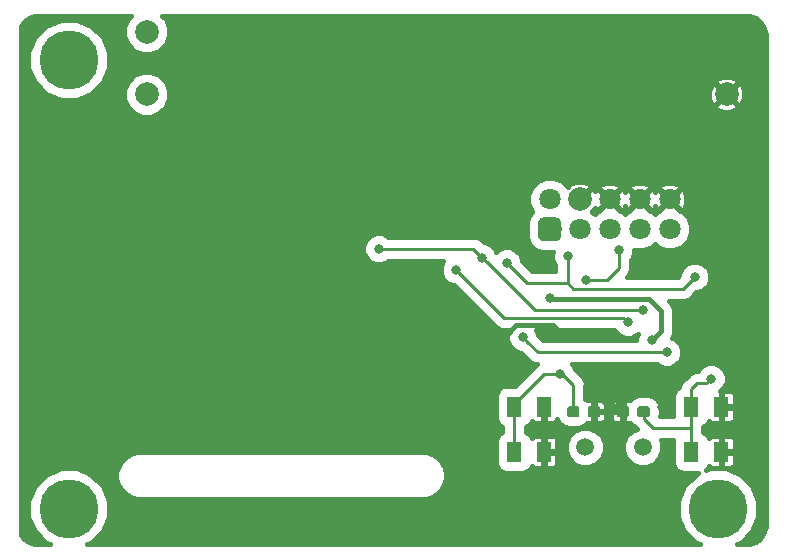
<source format=gbr>
G04 #@! TF.GenerationSoftware,KiCad,Pcbnew,(5.0.2)-1*
G04 #@! TF.CreationDate,2020-02-24T21:14:20+01:00*
G04 #@! TF.ProjectId,Poziomica 1.0,506f7a69-6f6d-4696-9361-20312e302e6b,rev?*
G04 #@! TF.SameCoordinates,Original*
G04 #@! TF.FileFunction,Copper,L1,Top*
G04 #@! TF.FilePolarity,Positive*
%FSLAX46Y46*%
G04 Gerber Fmt 4.6, Leading zero omitted, Abs format (unit mm)*
G04 Created by KiCad (PCBNEW (5.0.2)-1) date 24.02.2020 21:14:20*
%MOMM*%
%LPD*%
G01*
G04 APERTURE LIST*
G04 #@! TA.AperFunction,ComponentPad*
%ADD10C,2.000000*%
G04 #@! TD*
G04 #@! TA.AperFunction,SMDPad,CuDef*
%ADD11R,1.270000X1.780000*%
G04 #@! TD*
G04 #@! TA.AperFunction,ComponentPad*
%ADD12C,1.500000*%
G04 #@! TD*
G04 #@! TA.AperFunction,ComponentPad*
%ADD13C,1.800000*%
G04 #@! TD*
G04 #@! TA.AperFunction,Conductor*
%ADD14C,0.100000*%
G04 #@! TD*
G04 #@! TA.AperFunction,SMDPad,CuDef*
%ADD15C,0.950000*%
G04 #@! TD*
G04 #@! TA.AperFunction,ViaPad*
%ADD16C,5.000000*%
G04 #@! TD*
G04 #@! TA.AperFunction,ViaPad*
%ADD17C,0.800000*%
G04 #@! TD*
G04 #@! TA.AperFunction,Conductor*
%ADD18C,0.400000*%
G04 #@! TD*
G04 #@! TA.AperFunction,Conductor*
%ADD19C,0.250000*%
G04 #@! TD*
G04 APERTURE END LIST*
D10*
G04 #@! TO.P,BT1,3*
G04 #@! TO.N,N/C*
X11600000Y-2610000D03*
G04 #@! TO.P,BT1,2*
G04 #@! TO.N,GND*
X60700000Y-7920000D03*
G04 #@! TO.P,BT1,1*
G04 #@! TO.N,Net-(BT1-Pad1)*
X11600000Y-7920000D03*
G04 #@! TD*
D11*
G04 #@! TO.P,SW2,1*
G04 #@! TO.N,ZERO*
X42710000Y-34395000D03*
X42710000Y-38205000D03*
G04 #@! TO.P,SW2,2*
G04 #@! TO.N,GND*
X45250000Y-34395000D03*
X45250000Y-38205000D03*
G04 #@! TD*
G04 #@! TO.P,SW1,1*
G04 #@! TO.N,INT0*
X57710000Y-34395000D03*
X57710000Y-38205000D03*
G04 #@! TO.P,SW1,2*
G04 #@! TO.N,GND*
X60250000Y-34395000D03*
X60250000Y-38205000D03*
G04 #@! TD*
D12*
G04 #@! TO.P,Y1,1*
G04 #@! TO.N,Net-(C1-Pad1)*
X53600000Y-37800000D03*
G04 #@! TO.P,Y1,2*
G04 #@! TO.N,Net-(C2-Pad1)*
X48720000Y-37800000D03*
G04 #@! TD*
D13*
G04 #@! TO.P,J1,10*
G04 #@! TO.N,GND*
X55880000Y-16810000D03*
G04 #@! TO.P,J1,9*
G04 #@! TO.N,MISO*
X55880000Y-19350000D03*
G04 #@! TO.P,J1,8*
G04 #@! TO.N,GND*
X53340000Y-16810000D03*
G04 #@! TO.P,J1,7*
G04 #@! TO.N,SCK*
X53340000Y-19350000D03*
G04 #@! TO.P,J1,6*
G04 #@! TO.N,GND*
X50800000Y-16810000D03*
G04 #@! TO.P,J1,5*
G04 #@! TO.N,RESET*
X50800000Y-19350000D03*
D10*
G04 #@! TO.P,J1,4*
G04 #@! TO.N,GND*
X48260000Y-16810000D03*
D13*
G04 #@! TO.P,J1,3*
G04 #@! TO.N,Net-(J1-Pad3)*
X48260000Y-19350000D03*
G04 #@! TO.P,J1,2*
G04 #@! TO.N,+3V3*
X45720000Y-16810000D03*
D14*
G04 #@! TD*
G04 #@! TO.N,MOSI*
G04 #@! TO.C,J1*
G36*
X46269009Y-18352408D02*
X46317545Y-18359607D01*
X46365142Y-18371530D01*
X46411342Y-18388060D01*
X46455698Y-18409039D01*
X46497785Y-18434265D01*
X46537197Y-18463495D01*
X46573553Y-18496447D01*
X46606505Y-18532803D01*
X46635735Y-18572215D01*
X46660961Y-18614302D01*
X46681940Y-18658658D01*
X46698470Y-18704858D01*
X46710393Y-18752455D01*
X46717592Y-18800991D01*
X46720000Y-18850000D01*
X46720000Y-19850000D01*
X46717592Y-19899009D01*
X46710393Y-19947545D01*
X46698470Y-19995142D01*
X46681940Y-20041342D01*
X46660961Y-20085698D01*
X46635735Y-20127785D01*
X46606505Y-20167197D01*
X46573553Y-20203553D01*
X46537197Y-20236505D01*
X46497785Y-20265735D01*
X46455698Y-20290961D01*
X46411342Y-20311940D01*
X46365142Y-20328470D01*
X46317545Y-20340393D01*
X46269009Y-20347592D01*
X46220000Y-20350000D01*
X45220000Y-20350000D01*
X45170991Y-20347592D01*
X45122455Y-20340393D01*
X45074858Y-20328470D01*
X45028658Y-20311940D01*
X44984302Y-20290961D01*
X44942215Y-20265735D01*
X44902803Y-20236505D01*
X44866447Y-20203553D01*
X44833495Y-20167197D01*
X44804265Y-20127785D01*
X44779039Y-20085698D01*
X44758060Y-20041342D01*
X44741530Y-19995142D01*
X44729607Y-19947545D01*
X44722408Y-19899009D01*
X44720000Y-19850000D01*
X44720000Y-18850000D01*
X44722408Y-18800991D01*
X44729607Y-18752455D01*
X44741530Y-18704858D01*
X44758060Y-18658658D01*
X44779039Y-18614302D01*
X44804265Y-18572215D01*
X44833495Y-18532803D01*
X44866447Y-18496447D01*
X44902803Y-18463495D01*
X44942215Y-18434265D01*
X44984302Y-18409039D01*
X45028658Y-18388060D01*
X45074858Y-18371530D01*
X45122455Y-18359607D01*
X45170991Y-18352408D01*
X45220000Y-18350000D01*
X46220000Y-18350000D01*
X46269009Y-18352408D01*
X46269009Y-18352408D01*
G37*
D10*
G04 #@! TO.P,J1,1*
G04 #@! TO.N,MOSI*
X45720000Y-19350000D03*
G04 #@! TD*
D14*
G04 #@! TO.N,GND*
G04 #@! TO.C,C11*
G36*
X52235779Y-34326144D02*
X52258834Y-34329563D01*
X52281443Y-34335227D01*
X52303387Y-34343079D01*
X52324457Y-34353044D01*
X52344448Y-34365026D01*
X52363168Y-34378910D01*
X52380438Y-34394562D01*
X52396090Y-34411832D01*
X52409974Y-34430552D01*
X52421956Y-34450543D01*
X52431921Y-34471613D01*
X52439773Y-34493557D01*
X52445437Y-34516166D01*
X52448856Y-34539221D01*
X52450000Y-34562500D01*
X52450000Y-35037500D01*
X52448856Y-35060779D01*
X52445437Y-35083834D01*
X52439773Y-35106443D01*
X52431921Y-35128387D01*
X52421956Y-35149457D01*
X52409974Y-35169448D01*
X52396090Y-35188168D01*
X52380438Y-35205438D01*
X52363168Y-35221090D01*
X52344448Y-35234974D01*
X52324457Y-35246956D01*
X52303387Y-35256921D01*
X52281443Y-35264773D01*
X52258834Y-35270437D01*
X52235779Y-35273856D01*
X52212500Y-35275000D01*
X51637500Y-35275000D01*
X51614221Y-35273856D01*
X51591166Y-35270437D01*
X51568557Y-35264773D01*
X51546613Y-35256921D01*
X51525543Y-35246956D01*
X51505552Y-35234974D01*
X51486832Y-35221090D01*
X51469562Y-35205438D01*
X51453910Y-35188168D01*
X51440026Y-35169448D01*
X51428044Y-35149457D01*
X51418079Y-35128387D01*
X51410227Y-35106443D01*
X51404563Y-35083834D01*
X51401144Y-35060779D01*
X51400000Y-35037500D01*
X51400000Y-34562500D01*
X51401144Y-34539221D01*
X51404563Y-34516166D01*
X51410227Y-34493557D01*
X51418079Y-34471613D01*
X51428044Y-34450543D01*
X51440026Y-34430552D01*
X51453910Y-34411832D01*
X51469562Y-34394562D01*
X51486832Y-34378910D01*
X51505552Y-34365026D01*
X51525543Y-34353044D01*
X51546613Y-34343079D01*
X51568557Y-34335227D01*
X51591166Y-34329563D01*
X51614221Y-34326144D01*
X51637500Y-34325000D01*
X52212500Y-34325000D01*
X52235779Y-34326144D01*
X52235779Y-34326144D01*
G37*
D15*
G04 #@! TD*
G04 #@! TO.P,C11,2*
G04 #@! TO.N,GND*
X51925000Y-34800000D03*
D14*
G04 #@! TO.N,INT0*
G04 #@! TO.C,C11*
G36*
X53985779Y-34326144D02*
X54008834Y-34329563D01*
X54031443Y-34335227D01*
X54053387Y-34343079D01*
X54074457Y-34353044D01*
X54094448Y-34365026D01*
X54113168Y-34378910D01*
X54130438Y-34394562D01*
X54146090Y-34411832D01*
X54159974Y-34430552D01*
X54171956Y-34450543D01*
X54181921Y-34471613D01*
X54189773Y-34493557D01*
X54195437Y-34516166D01*
X54198856Y-34539221D01*
X54200000Y-34562500D01*
X54200000Y-35037500D01*
X54198856Y-35060779D01*
X54195437Y-35083834D01*
X54189773Y-35106443D01*
X54181921Y-35128387D01*
X54171956Y-35149457D01*
X54159974Y-35169448D01*
X54146090Y-35188168D01*
X54130438Y-35205438D01*
X54113168Y-35221090D01*
X54094448Y-35234974D01*
X54074457Y-35246956D01*
X54053387Y-35256921D01*
X54031443Y-35264773D01*
X54008834Y-35270437D01*
X53985779Y-35273856D01*
X53962500Y-35275000D01*
X53387500Y-35275000D01*
X53364221Y-35273856D01*
X53341166Y-35270437D01*
X53318557Y-35264773D01*
X53296613Y-35256921D01*
X53275543Y-35246956D01*
X53255552Y-35234974D01*
X53236832Y-35221090D01*
X53219562Y-35205438D01*
X53203910Y-35188168D01*
X53190026Y-35169448D01*
X53178044Y-35149457D01*
X53168079Y-35128387D01*
X53160227Y-35106443D01*
X53154563Y-35083834D01*
X53151144Y-35060779D01*
X53150000Y-35037500D01*
X53150000Y-34562500D01*
X53151144Y-34539221D01*
X53154563Y-34516166D01*
X53160227Y-34493557D01*
X53168079Y-34471613D01*
X53178044Y-34450543D01*
X53190026Y-34430552D01*
X53203910Y-34411832D01*
X53219562Y-34394562D01*
X53236832Y-34378910D01*
X53255552Y-34365026D01*
X53275543Y-34353044D01*
X53296613Y-34343079D01*
X53318557Y-34335227D01*
X53341166Y-34329563D01*
X53364221Y-34326144D01*
X53387500Y-34325000D01*
X53962500Y-34325000D01*
X53985779Y-34326144D01*
X53985779Y-34326144D01*
G37*
D15*
G04 #@! TD*
G04 #@! TO.P,C11,1*
G04 #@! TO.N,INT0*
X53675000Y-34800000D03*
D14*
G04 #@! TO.N,ZERO*
G04 #@! TO.C,C12*
G36*
X48035779Y-34326144D02*
X48058834Y-34329563D01*
X48081443Y-34335227D01*
X48103387Y-34343079D01*
X48124457Y-34353044D01*
X48144448Y-34365026D01*
X48163168Y-34378910D01*
X48180438Y-34394562D01*
X48196090Y-34411832D01*
X48209974Y-34430552D01*
X48221956Y-34450543D01*
X48231921Y-34471613D01*
X48239773Y-34493557D01*
X48245437Y-34516166D01*
X48248856Y-34539221D01*
X48250000Y-34562500D01*
X48250000Y-35037500D01*
X48248856Y-35060779D01*
X48245437Y-35083834D01*
X48239773Y-35106443D01*
X48231921Y-35128387D01*
X48221956Y-35149457D01*
X48209974Y-35169448D01*
X48196090Y-35188168D01*
X48180438Y-35205438D01*
X48163168Y-35221090D01*
X48144448Y-35234974D01*
X48124457Y-35246956D01*
X48103387Y-35256921D01*
X48081443Y-35264773D01*
X48058834Y-35270437D01*
X48035779Y-35273856D01*
X48012500Y-35275000D01*
X47437500Y-35275000D01*
X47414221Y-35273856D01*
X47391166Y-35270437D01*
X47368557Y-35264773D01*
X47346613Y-35256921D01*
X47325543Y-35246956D01*
X47305552Y-35234974D01*
X47286832Y-35221090D01*
X47269562Y-35205438D01*
X47253910Y-35188168D01*
X47240026Y-35169448D01*
X47228044Y-35149457D01*
X47218079Y-35128387D01*
X47210227Y-35106443D01*
X47204563Y-35083834D01*
X47201144Y-35060779D01*
X47200000Y-35037500D01*
X47200000Y-34562500D01*
X47201144Y-34539221D01*
X47204563Y-34516166D01*
X47210227Y-34493557D01*
X47218079Y-34471613D01*
X47228044Y-34450543D01*
X47240026Y-34430552D01*
X47253910Y-34411832D01*
X47269562Y-34394562D01*
X47286832Y-34378910D01*
X47305552Y-34365026D01*
X47325543Y-34353044D01*
X47346613Y-34343079D01*
X47368557Y-34335227D01*
X47391166Y-34329563D01*
X47414221Y-34326144D01*
X47437500Y-34325000D01*
X48012500Y-34325000D01*
X48035779Y-34326144D01*
X48035779Y-34326144D01*
G37*
D15*
G04 #@! TD*
G04 #@! TO.P,C12,1*
G04 #@! TO.N,ZERO*
X47725000Y-34800000D03*
D14*
G04 #@! TO.N,GND*
G04 #@! TO.C,C12*
G36*
X49785779Y-34326144D02*
X49808834Y-34329563D01*
X49831443Y-34335227D01*
X49853387Y-34343079D01*
X49874457Y-34353044D01*
X49894448Y-34365026D01*
X49913168Y-34378910D01*
X49930438Y-34394562D01*
X49946090Y-34411832D01*
X49959974Y-34430552D01*
X49971956Y-34450543D01*
X49981921Y-34471613D01*
X49989773Y-34493557D01*
X49995437Y-34516166D01*
X49998856Y-34539221D01*
X50000000Y-34562500D01*
X50000000Y-35037500D01*
X49998856Y-35060779D01*
X49995437Y-35083834D01*
X49989773Y-35106443D01*
X49981921Y-35128387D01*
X49971956Y-35149457D01*
X49959974Y-35169448D01*
X49946090Y-35188168D01*
X49930438Y-35205438D01*
X49913168Y-35221090D01*
X49894448Y-35234974D01*
X49874457Y-35246956D01*
X49853387Y-35256921D01*
X49831443Y-35264773D01*
X49808834Y-35270437D01*
X49785779Y-35273856D01*
X49762500Y-35275000D01*
X49187500Y-35275000D01*
X49164221Y-35273856D01*
X49141166Y-35270437D01*
X49118557Y-35264773D01*
X49096613Y-35256921D01*
X49075543Y-35246956D01*
X49055552Y-35234974D01*
X49036832Y-35221090D01*
X49019562Y-35205438D01*
X49003910Y-35188168D01*
X48990026Y-35169448D01*
X48978044Y-35149457D01*
X48968079Y-35128387D01*
X48960227Y-35106443D01*
X48954563Y-35083834D01*
X48951144Y-35060779D01*
X48950000Y-35037500D01*
X48950000Y-34562500D01*
X48951144Y-34539221D01*
X48954563Y-34516166D01*
X48960227Y-34493557D01*
X48968079Y-34471613D01*
X48978044Y-34450543D01*
X48990026Y-34430552D01*
X49003910Y-34411832D01*
X49019562Y-34394562D01*
X49036832Y-34378910D01*
X49055552Y-34365026D01*
X49075543Y-34353044D01*
X49096613Y-34343079D01*
X49118557Y-34335227D01*
X49141166Y-34329563D01*
X49164221Y-34326144D01*
X49187500Y-34325000D01*
X49762500Y-34325000D01*
X49785779Y-34326144D01*
X49785779Y-34326144D01*
G37*
D15*
G04 #@! TD*
G04 #@! TO.P,C12,2*
G04 #@! TO.N,GND*
X49475000Y-34800000D03*
D16*
G04 #@! TO.N,*
X5000000Y-43000000D03*
X5000000Y-5000000D03*
X60000000Y-43000000D03*
D17*
G04 #@! TO.N,+3V3*
X45729000Y-25192000D03*
X54356000Y-28748000D03*
G04 #@! TO.N,SCL*
X52324000Y-27224000D03*
X37800000Y-22800001D03*
G04 #@! TO.N,GND*
X41910000Y-29002000D03*
X46990000Y-28494000D03*
X37592000Y-24938000D03*
X55199998Y-34400000D03*
X35560004Y-24176000D03*
X33400000Y-18100000D03*
X39250000Y-30000000D03*
G04 #@! TO.N,SDA*
X53594000Y-26208000D03*
X31250000Y-21000000D03*
X40000000Y-21750006D03*
G04 #@! TO.N,INT1*
X55626000Y-29764000D03*
X43434000Y-28494000D03*
G04 #@! TO.N,RESET*
X47244002Y-21636000D03*
X42093940Y-22190706D03*
X58000000Y-23400000D03*
G04 #@! TO.N,SCK*
X48768000Y-23668000D03*
X51562012Y-21128000D03*
G04 #@! TO.N,INT0*
X59400000Y-31999996D03*
G04 #@! TO.N,ZERO*
X46600000Y-31599990D03*
G04 #@! TD*
D18*
G04 #@! TO.N,+3V3*
X54755999Y-28348001D02*
X54356000Y-28748000D01*
X45778999Y-25241999D02*
X45729000Y-25192000D01*
X54102000Y-25241999D02*
X45778999Y-25241999D01*
X54102000Y-25241999D02*
X55118000Y-26257999D01*
X55118000Y-27986000D02*
X54755999Y-28348001D01*
X55118000Y-26257999D02*
X55118000Y-27986000D01*
D19*
G04 #@! TO.N,SCL*
X37800001Y-22800001D02*
X37800000Y-22800001D01*
X41824001Y-26824001D02*
X37800001Y-22800001D01*
X52324000Y-27224000D02*
X51924001Y-26824001D01*
X51924001Y-26824001D02*
X41824001Y-26824001D01*
D18*
G04 #@! TO.N,GND*
X45250000Y-34395000D02*
X45250000Y-38205000D01*
X50800000Y-34800000D02*
X51925000Y-34800000D01*
X50800000Y-34800000D02*
X49475000Y-34800000D01*
X53765683Y-32400000D02*
X55199998Y-33834315D01*
X55199998Y-33834315D02*
X55199998Y-34400000D01*
X53200000Y-32400000D02*
X53765683Y-32400000D01*
X50800000Y-34800000D02*
X53200000Y-32400000D01*
X37592000Y-24938000D02*
X36830000Y-24176000D01*
X36830000Y-24176000D02*
X36125689Y-24176000D01*
X36125689Y-24176000D02*
X35560004Y-24176000D01*
X41910000Y-28436315D02*
X41910000Y-29002000D01*
X42846315Y-27500000D02*
X41910000Y-28436315D01*
X46990000Y-28494000D02*
X45996000Y-27500000D01*
X45996000Y-27500000D02*
X42846315Y-27500000D01*
D19*
G04 #@! TO.N,SDA*
X40399999Y-22150005D02*
X40000000Y-21750006D01*
X53594000Y-26208000D02*
X44457994Y-26208000D01*
X31250000Y-21000000D02*
X39249994Y-21000000D01*
X39600001Y-21350007D02*
X40000000Y-21750006D01*
X39249994Y-21000000D02*
X39600001Y-21350007D01*
X44457994Y-26208000D02*
X40399999Y-22150005D01*
G04 #@! TO.N,INT1*
X43833999Y-28893999D02*
X43434000Y-28494000D01*
X44704000Y-29764000D02*
X43833999Y-28893999D01*
X55626000Y-29764000D02*
X44704000Y-29764000D01*
G04 #@! TO.N,RESET*
X47244002Y-23922000D02*
X47244002Y-21636000D01*
X42093940Y-22190706D02*
X43825234Y-23922000D01*
X43825234Y-23922000D02*
X47244002Y-23922000D01*
X57600001Y-23799999D02*
X58000000Y-23400000D01*
X57000001Y-24399999D02*
X57600001Y-23799999D01*
X47721999Y-24399999D02*
X57000001Y-24399999D01*
X47244002Y-21636000D02*
X47244002Y-23922002D01*
X47244002Y-23922002D02*
X47721999Y-24399999D01*
G04 #@! TO.N,SCK*
X51562012Y-22651988D02*
X51562012Y-21128000D01*
X48768000Y-23668000D02*
X50546000Y-23668000D01*
X50546000Y-23668000D02*
X51562012Y-22651988D01*
G04 #@! TO.N,INT0*
X59000001Y-32399995D02*
X59400000Y-31999996D01*
X59000001Y-32399995D02*
X58200005Y-32399995D01*
X57710000Y-32890000D02*
X57710000Y-34395000D01*
X58200005Y-32399995D02*
X57710000Y-32890000D01*
X57710000Y-34395000D02*
X57710000Y-35535000D01*
X54500000Y-36200000D02*
X57710000Y-36200000D01*
X53675000Y-35375000D02*
X54500000Y-36200000D01*
X53675000Y-34800000D02*
X53675000Y-35375000D01*
X57710000Y-35535000D02*
X57710000Y-36200000D01*
X57710000Y-36200000D02*
X57710000Y-38205000D01*
G04 #@! TO.N,ZERO*
X42710000Y-35535000D02*
X42710000Y-38205000D01*
X42710000Y-34395000D02*
X42710000Y-35535000D01*
X45250010Y-31599990D02*
X46034315Y-31599990D01*
X46034315Y-31599990D02*
X46600000Y-31599990D01*
X42710000Y-34140000D02*
X45250010Y-31599990D01*
X42710000Y-34395000D02*
X42710000Y-34140000D01*
X46799990Y-31599990D02*
X46600000Y-31599990D01*
X47725000Y-34800000D02*
X47725000Y-32525000D01*
X47725000Y-32525000D02*
X46799990Y-31599990D01*
G04 #@! TD*
D18*
G04 #@! TO.N,GND*
G36*
X9989258Y-1533737D02*
X9700000Y-2232067D01*
X9700000Y-2987933D01*
X9989258Y-3686263D01*
X10523737Y-4220742D01*
X11222067Y-4510000D01*
X11977933Y-4510000D01*
X12676263Y-4220742D01*
X13210742Y-3686263D01*
X13500000Y-2987933D01*
X13500000Y-2232067D01*
X13210742Y-1533737D01*
X12939005Y-1262000D01*
X62248891Y-1262000D01*
X62727427Y-1325000D01*
X63161137Y-1504649D01*
X63533572Y-1790428D01*
X63819351Y-2162863D01*
X63999000Y-2596573D01*
X64025000Y-2794064D01*
X64025001Y-44541929D01*
X63999000Y-44739427D01*
X63819351Y-45173137D01*
X63533572Y-45545572D01*
X63161137Y-45831351D01*
X62727427Y-46011000D01*
X62621086Y-46025000D01*
X61581632Y-46025000D01*
X61925945Y-45882381D01*
X62882381Y-44925945D01*
X63400000Y-43676302D01*
X63400000Y-42323698D01*
X62882381Y-41074055D01*
X61925945Y-40117619D01*
X60676302Y-39600000D01*
X59323698Y-39600000D01*
X59000555Y-39733850D01*
X59192781Y-39446163D01*
X59203777Y-39390884D01*
X59331773Y-39518879D01*
X59515544Y-39595000D01*
X60071000Y-39595000D01*
X60196000Y-39470000D01*
X60196000Y-38259000D01*
X60304000Y-38259000D01*
X60304000Y-39470000D01*
X60429000Y-39595000D01*
X60984456Y-39595000D01*
X61168227Y-39518879D01*
X61308880Y-39378227D01*
X61385000Y-39194456D01*
X61385000Y-38384000D01*
X61260000Y-38259000D01*
X60304000Y-38259000D01*
X60196000Y-38259000D01*
X60176000Y-38259000D01*
X60176000Y-38151000D01*
X60196000Y-38151000D01*
X60196000Y-36940000D01*
X60304000Y-36940000D01*
X60304000Y-38151000D01*
X61260000Y-38151000D01*
X61385000Y-38026000D01*
X61385000Y-37215544D01*
X61308880Y-37031773D01*
X61168227Y-36891121D01*
X60984456Y-36815000D01*
X60429000Y-36815000D01*
X60304000Y-36940000D01*
X60196000Y-36940000D01*
X60071000Y-36815000D01*
X59515544Y-36815000D01*
X59331773Y-36891121D01*
X59203777Y-37019116D01*
X59192781Y-36963837D01*
X58993864Y-36666136D01*
X58735000Y-36493169D01*
X58735000Y-36300948D01*
X58755080Y-36200000D01*
X58736366Y-36105918D01*
X58993864Y-35933864D01*
X59192781Y-35636163D01*
X59203777Y-35580884D01*
X59331773Y-35708879D01*
X59515544Y-35785000D01*
X60071000Y-35785000D01*
X60196000Y-35660000D01*
X60196000Y-34449000D01*
X60304000Y-34449000D01*
X60304000Y-35660000D01*
X60429000Y-35785000D01*
X60984456Y-35785000D01*
X61168227Y-35708879D01*
X61308880Y-35568227D01*
X61385000Y-35384456D01*
X61385000Y-34574000D01*
X61260000Y-34449000D01*
X60304000Y-34449000D01*
X60196000Y-34449000D01*
X60176000Y-34449000D01*
X60176000Y-34341000D01*
X60196000Y-34341000D01*
X60196000Y-33130000D01*
X60304000Y-33130000D01*
X60304000Y-34341000D01*
X61260000Y-34341000D01*
X61385000Y-34216000D01*
X61385000Y-33405544D01*
X61308880Y-33221773D01*
X61168227Y-33081121D01*
X60984456Y-33005000D01*
X60429000Y-33005000D01*
X60304000Y-33130000D01*
X60196000Y-33130000D01*
X60152237Y-33086237D01*
X60502087Y-32736387D01*
X60700000Y-32258582D01*
X60700000Y-31741410D01*
X60502087Y-31263605D01*
X60136391Y-30897909D01*
X59658586Y-30699996D01*
X59141414Y-30699996D01*
X58663609Y-30897909D01*
X58297913Y-31263605D01*
X58255517Y-31365958D01*
X58200005Y-31354916D01*
X58099060Y-31374995D01*
X58099056Y-31374995D01*
X57800070Y-31434467D01*
X57461022Y-31661012D01*
X57403839Y-31746593D01*
X57056599Y-32093833D01*
X56971017Y-32151017D01*
X56744472Y-32490066D01*
X56709290Y-32666939D01*
X56426136Y-32856136D01*
X56227219Y-33153837D01*
X56157368Y-33505000D01*
X56157368Y-35175000D01*
X55090282Y-35175000D01*
X55117632Y-35037500D01*
X55117632Y-34562500D01*
X55029703Y-34120450D01*
X54779302Y-33745698D01*
X54404550Y-33495297D01*
X53962500Y-33407368D01*
X53387500Y-33407368D01*
X52945450Y-33495297D01*
X52570698Y-33745698D01*
X52517710Y-33825000D01*
X52104000Y-33825000D01*
X51979000Y-33950000D01*
X51979000Y-34746000D01*
X51999000Y-34746000D01*
X51999000Y-34854000D01*
X51979000Y-34854000D01*
X51979000Y-35650000D01*
X52104000Y-35775000D01*
X52517710Y-35775000D01*
X52570698Y-35854302D01*
X52917209Y-36085833D01*
X52936018Y-36113983D01*
X53021597Y-36171165D01*
X53079912Y-36229481D01*
X52665350Y-36401198D01*
X52201198Y-36865350D01*
X51950000Y-37471795D01*
X51950000Y-38128205D01*
X52201198Y-38734650D01*
X52665350Y-39198802D01*
X53271795Y-39450000D01*
X53928205Y-39450000D01*
X54534650Y-39198802D01*
X54998802Y-38734650D01*
X55250000Y-38128205D01*
X55250000Y-37471795D01*
X55147774Y-37225000D01*
X56175270Y-37225000D01*
X56157368Y-37315000D01*
X56157368Y-39095000D01*
X56227219Y-39446163D01*
X56426136Y-39743864D01*
X56723837Y-39942781D01*
X57075000Y-40012632D01*
X58327516Y-40012632D01*
X58074055Y-40117619D01*
X57117619Y-41074055D01*
X56600000Y-42323698D01*
X56600000Y-43676302D01*
X57117619Y-44925945D01*
X58074055Y-45882381D01*
X58418368Y-46025000D01*
X6581632Y-46025000D01*
X6925945Y-45882381D01*
X7882381Y-44925945D01*
X8400000Y-43676302D01*
X8400000Y-42323698D01*
X7882381Y-41074055D01*
X6925945Y-40117619D01*
X6665614Y-40009786D01*
X9043734Y-40009786D01*
X9043734Y-40390212D01*
X9119854Y-40772895D01*
X9119854Y-40772896D01*
X9120139Y-40773583D01*
X9265436Y-41124363D01*
X9265437Y-41124364D01*
X9482208Y-41448784D01*
X9482210Y-41448789D01*
X9751212Y-41717790D01*
X10075635Y-41934562D01*
X10075637Y-41934564D01*
X10259403Y-42010682D01*
X10427104Y-42080146D01*
X10427105Y-42080146D01*
X10809788Y-42156266D01*
X10809789Y-42156266D01*
X10903972Y-42175000D01*
X35096028Y-42175000D01*
X35190211Y-42156266D01*
X35190212Y-42156266D01*
X35572895Y-42080146D01*
X35572896Y-42080146D01*
X35740597Y-42010682D01*
X35924363Y-41934564D01*
X35924365Y-41934562D01*
X36248784Y-41717792D01*
X36248789Y-41717790D01*
X36517790Y-41448788D01*
X36734563Y-41124364D01*
X36734564Y-41124363D01*
X36879861Y-40773583D01*
X36880146Y-40772896D01*
X36880146Y-40772895D01*
X36956266Y-40390212D01*
X36956266Y-40009786D01*
X36880146Y-39627105D01*
X36880146Y-39627103D01*
X36777058Y-39378227D01*
X36734564Y-39275637D01*
X36734562Y-39275635D01*
X36517790Y-38951212D01*
X36248789Y-38682210D01*
X36248784Y-38682208D01*
X35924364Y-38465437D01*
X35924363Y-38465436D01*
X35718478Y-38380156D01*
X35572896Y-38319854D01*
X35572895Y-38319854D01*
X35190212Y-38243734D01*
X35190211Y-38243734D01*
X35096028Y-38225000D01*
X10903972Y-38225000D01*
X10809789Y-38243734D01*
X10809788Y-38243734D01*
X10427105Y-38319854D01*
X10427104Y-38319854D01*
X10281522Y-38380156D01*
X10075637Y-38465436D01*
X10075636Y-38465437D01*
X9751212Y-38682210D01*
X9482210Y-38951211D01*
X9482208Y-38951216D01*
X9265438Y-39275635D01*
X9265436Y-39275637D01*
X9222942Y-39378227D01*
X9119855Y-39627103D01*
X9119854Y-39627105D01*
X9043735Y-40009784D01*
X9043734Y-40009786D01*
X6665614Y-40009786D01*
X5676302Y-39600000D01*
X4323698Y-39600000D01*
X3074055Y-40117619D01*
X2117619Y-41074055D01*
X1600000Y-42323698D01*
X1600000Y-43676302D01*
X2117619Y-44925945D01*
X3074055Y-45882381D01*
X3418368Y-46025000D01*
X2148914Y-46025000D01*
X2042573Y-46011000D01*
X1608863Y-45831351D01*
X1236428Y-45545572D01*
X975000Y-45204872D01*
X975000Y-20741414D01*
X29950000Y-20741414D01*
X29950000Y-21258586D01*
X30147913Y-21736391D01*
X30513609Y-22102087D01*
X30991414Y-22300000D01*
X31508586Y-22300000D01*
X31986391Y-22102087D01*
X32063478Y-22025000D01*
X36736523Y-22025000D01*
X36697913Y-22063610D01*
X36500000Y-22541415D01*
X36500000Y-23058587D01*
X36697913Y-23536392D01*
X37063609Y-23902088D01*
X37541414Y-24100001D01*
X37650433Y-24100001D01*
X41027834Y-27477402D01*
X41085018Y-27562984D01*
X41424066Y-27789529D01*
X41723052Y-27849001D01*
X41723056Y-27849001D01*
X41824000Y-27869080D01*
X41924944Y-27849001D01*
X42294057Y-27849001D01*
X42134000Y-28235414D01*
X42134000Y-28752586D01*
X42331913Y-29230391D01*
X42697609Y-29596087D01*
X43175414Y-29794000D01*
X43284432Y-29794000D01*
X43907834Y-30417403D01*
X43965017Y-30502983D01*
X44304065Y-30729528D01*
X44603051Y-30789000D01*
X44603055Y-30789000D01*
X44615183Y-30791412D01*
X44511027Y-30861007D01*
X44453844Y-30946587D01*
X42813064Y-32587368D01*
X42075000Y-32587368D01*
X41723837Y-32657219D01*
X41426136Y-32856136D01*
X41227219Y-33153837D01*
X41157368Y-33505000D01*
X41157368Y-35285000D01*
X41227219Y-35636163D01*
X41426136Y-35933864D01*
X41685000Y-36106831D01*
X41685000Y-36493169D01*
X41426136Y-36666136D01*
X41227219Y-36963837D01*
X41157368Y-37315000D01*
X41157368Y-39095000D01*
X41227219Y-39446163D01*
X41426136Y-39743864D01*
X41723837Y-39942781D01*
X42075000Y-40012632D01*
X43345000Y-40012632D01*
X43696163Y-39942781D01*
X43993864Y-39743864D01*
X44192781Y-39446163D01*
X44203777Y-39390884D01*
X44331773Y-39518879D01*
X44515544Y-39595000D01*
X45071000Y-39595000D01*
X45196000Y-39470000D01*
X45196000Y-38259000D01*
X45304000Y-38259000D01*
X45304000Y-39470000D01*
X45429000Y-39595000D01*
X45984456Y-39595000D01*
X46168227Y-39518879D01*
X46308880Y-39378227D01*
X46385000Y-39194456D01*
X46385000Y-38384000D01*
X46260000Y-38259000D01*
X45304000Y-38259000D01*
X45196000Y-38259000D01*
X45176000Y-38259000D01*
X45176000Y-38151000D01*
X45196000Y-38151000D01*
X45196000Y-36940000D01*
X45304000Y-36940000D01*
X45304000Y-38151000D01*
X46260000Y-38151000D01*
X46385000Y-38026000D01*
X46385000Y-37471795D01*
X47070000Y-37471795D01*
X47070000Y-38128205D01*
X47321198Y-38734650D01*
X47785350Y-39198802D01*
X48391795Y-39450000D01*
X49048205Y-39450000D01*
X49654650Y-39198802D01*
X50118802Y-38734650D01*
X50370000Y-38128205D01*
X50370000Y-37471795D01*
X50118802Y-36865350D01*
X49654650Y-36401198D01*
X49048205Y-36150000D01*
X48391795Y-36150000D01*
X47785350Y-36401198D01*
X47321198Y-36865350D01*
X47070000Y-37471795D01*
X46385000Y-37471795D01*
X46385000Y-37215544D01*
X46308880Y-37031773D01*
X46168227Y-36891121D01*
X45984456Y-36815000D01*
X45429000Y-36815000D01*
X45304000Y-36940000D01*
X45196000Y-36940000D01*
X45071000Y-36815000D01*
X44515544Y-36815000D01*
X44331773Y-36891121D01*
X44203777Y-37019116D01*
X44192781Y-36963837D01*
X43993864Y-36666136D01*
X43735000Y-36493169D01*
X43735000Y-36106831D01*
X43993864Y-35933864D01*
X44192781Y-35636163D01*
X44203777Y-35580884D01*
X44331773Y-35708879D01*
X44515544Y-35785000D01*
X45071000Y-35785000D01*
X45196000Y-35660000D01*
X45196000Y-34449000D01*
X45176000Y-34449000D01*
X45176000Y-34341000D01*
X45196000Y-34341000D01*
X45196000Y-34321000D01*
X45304000Y-34321000D01*
X45304000Y-34341000D01*
X45324000Y-34341000D01*
X45324000Y-34449000D01*
X45304000Y-34449000D01*
X45304000Y-35660000D01*
X45429000Y-35785000D01*
X45984456Y-35785000D01*
X46168227Y-35708879D01*
X46308880Y-35568227D01*
X46362288Y-35439287D01*
X46370297Y-35479550D01*
X46620698Y-35854302D01*
X46995450Y-36104703D01*
X47437500Y-36192632D01*
X48012500Y-36192632D01*
X48454550Y-36104703D01*
X48829302Y-35854302D01*
X48882290Y-35775000D01*
X49296000Y-35775000D01*
X49421000Y-35650000D01*
X49421000Y-34854000D01*
X49529000Y-34854000D01*
X49529000Y-35650000D01*
X49654000Y-35775000D01*
X50099456Y-35775000D01*
X50283227Y-35698880D01*
X50423879Y-35558227D01*
X50500000Y-35374456D01*
X50500000Y-34979000D01*
X50900000Y-34979000D01*
X50900000Y-35374456D01*
X50976121Y-35558227D01*
X51116773Y-35698880D01*
X51300544Y-35775000D01*
X51746000Y-35775000D01*
X51871000Y-35650000D01*
X51871000Y-34854000D01*
X51025000Y-34854000D01*
X50900000Y-34979000D01*
X50500000Y-34979000D01*
X50375000Y-34854000D01*
X49529000Y-34854000D01*
X49421000Y-34854000D01*
X49401000Y-34854000D01*
X49401000Y-34746000D01*
X49421000Y-34746000D01*
X49421000Y-33950000D01*
X49529000Y-33950000D01*
X49529000Y-34746000D01*
X50375000Y-34746000D01*
X50500000Y-34621000D01*
X50500000Y-34225544D01*
X50900000Y-34225544D01*
X50900000Y-34621000D01*
X51025000Y-34746000D01*
X51871000Y-34746000D01*
X51871000Y-33950000D01*
X51746000Y-33825000D01*
X51300544Y-33825000D01*
X51116773Y-33901120D01*
X50976121Y-34041773D01*
X50900000Y-34225544D01*
X50500000Y-34225544D01*
X50423879Y-34041773D01*
X50283227Y-33901120D01*
X50099456Y-33825000D01*
X49654000Y-33825000D01*
X49529000Y-33950000D01*
X49421000Y-33950000D01*
X49296000Y-33825000D01*
X48882290Y-33825000D01*
X48829302Y-33745698D01*
X48750000Y-33692710D01*
X48750000Y-32625949D01*
X48770080Y-32525000D01*
X48690528Y-32125065D01*
X48521166Y-31871597D01*
X48521165Y-31871596D01*
X48463983Y-31786017D01*
X48378403Y-31728834D01*
X47835673Y-31186105D01*
X47702087Y-30863599D01*
X47627488Y-30789000D01*
X54812522Y-30789000D01*
X54889609Y-30866087D01*
X55367414Y-31064000D01*
X55884586Y-31064000D01*
X56362391Y-30866087D01*
X56728087Y-30500391D01*
X56926000Y-30022586D01*
X56926000Y-29505414D01*
X56728087Y-29027609D01*
X56362391Y-28661913D01*
X56070198Y-28540883D01*
X56154177Y-28415199D01*
X56218000Y-28094339D01*
X56239550Y-27986000D01*
X56218000Y-27877661D01*
X56218000Y-26366338D01*
X56239550Y-26257999D01*
X56154177Y-25828800D01*
X56120850Y-25778922D01*
X55911056Y-25464943D01*
X55851275Y-25424999D01*
X56899056Y-25424999D01*
X57000001Y-25445078D01*
X57100946Y-25424999D01*
X57100950Y-25424999D01*
X57399936Y-25365527D01*
X57738984Y-25138982D01*
X57796168Y-25053400D01*
X58149568Y-24700000D01*
X58258586Y-24700000D01*
X58736391Y-24502087D01*
X59102087Y-24136391D01*
X59300000Y-23658586D01*
X59300000Y-23141414D01*
X59102087Y-22663609D01*
X58736391Y-22297913D01*
X58258586Y-22100000D01*
X57741414Y-22100000D01*
X57263609Y-22297913D01*
X56897913Y-22663609D01*
X56700000Y-23141414D01*
X56700000Y-23250432D01*
X56575433Y-23374999D01*
X52311667Y-23374999D01*
X52382764Y-23268596D01*
X52527540Y-23051923D01*
X52548575Y-22946171D01*
X52587012Y-22752937D01*
X52587012Y-22752933D01*
X52607091Y-22651988D01*
X52587012Y-22551043D01*
X52587012Y-21941478D01*
X52664099Y-21864391D01*
X52862012Y-21386586D01*
X52862012Y-21100317D01*
X52981958Y-21150000D01*
X53698042Y-21150000D01*
X54359618Y-20875966D01*
X54610000Y-20625584D01*
X54860382Y-20875966D01*
X55521958Y-21150000D01*
X56238042Y-21150000D01*
X56899618Y-20875966D01*
X57405966Y-20369618D01*
X57680000Y-19708042D01*
X57680000Y-18991958D01*
X57405966Y-18330382D01*
X56899618Y-17824034D01*
X56759719Y-17766086D01*
X55880000Y-16886368D01*
X55000281Y-17766086D01*
X54860382Y-17824034D01*
X54610000Y-18074416D01*
X54359618Y-17824034D01*
X54219719Y-17766086D01*
X53340000Y-16886368D01*
X52460281Y-17766086D01*
X52320382Y-17824034D01*
X52070000Y-18074416D01*
X51819618Y-17824034D01*
X51679719Y-17766086D01*
X50800000Y-16886368D01*
X49920281Y-17766086D01*
X49780382Y-17824034D01*
X49530000Y-18074416D01*
X49341462Y-17885878D01*
X49376855Y-17850484D01*
X49290503Y-17764132D01*
X49528269Y-17664703D01*
X49583624Y-17532545D01*
X49612003Y-17601337D01*
X49614273Y-17604734D01*
X49841653Y-17691980D01*
X50723632Y-16810000D01*
X50876368Y-16810000D01*
X51758347Y-17691980D01*
X51985727Y-17604734D01*
X52069905Y-17402329D01*
X52152003Y-17601337D01*
X52154273Y-17604734D01*
X52381653Y-17691980D01*
X53263632Y-16810000D01*
X53416368Y-16810000D01*
X54298347Y-17691980D01*
X54525727Y-17604734D01*
X54609905Y-17402329D01*
X54692003Y-17601337D01*
X54694273Y-17604734D01*
X54921653Y-17691980D01*
X55803632Y-16810000D01*
X55956368Y-16810000D01*
X56838347Y-17691980D01*
X57065727Y-17604734D01*
X57279600Y-17090480D01*
X57280397Y-16533527D01*
X57067997Y-16018663D01*
X57065727Y-16015266D01*
X56838347Y-15928020D01*
X55956368Y-16810000D01*
X55803632Y-16810000D01*
X54921653Y-15928020D01*
X54694273Y-16015266D01*
X54610095Y-16217671D01*
X54527997Y-16018663D01*
X54525727Y-16015266D01*
X54298347Y-15928020D01*
X53416368Y-16810000D01*
X53263632Y-16810000D01*
X52381653Y-15928020D01*
X52154273Y-16015266D01*
X52070095Y-16217671D01*
X51987997Y-16018663D01*
X51985727Y-16015266D01*
X51758347Y-15928020D01*
X50876368Y-16810000D01*
X50723632Y-16810000D01*
X49841653Y-15928020D01*
X49614273Y-16015266D01*
X49584628Y-16086547D01*
X49534988Y-15965353D01*
X49528269Y-15955297D01*
X49290501Y-15855867D01*
X48336368Y-16810000D01*
X48350510Y-16824142D01*
X48274142Y-16900510D01*
X48260000Y-16886368D01*
X48245858Y-16900510D01*
X48169490Y-16824142D01*
X48183632Y-16810000D01*
X48169490Y-16795858D01*
X48245858Y-16719490D01*
X48260000Y-16733632D01*
X49141979Y-15851653D01*
X49918020Y-15851653D01*
X50800000Y-16733632D01*
X51681980Y-15851653D01*
X52458020Y-15851653D01*
X53340000Y-16733632D01*
X54221980Y-15851653D01*
X54998020Y-15851653D01*
X55880000Y-16733632D01*
X56761980Y-15851653D01*
X56674734Y-15624273D01*
X56160480Y-15410400D01*
X55603527Y-15409603D01*
X55088663Y-15622003D01*
X55085266Y-15624273D01*
X54998020Y-15851653D01*
X54221980Y-15851653D01*
X54134734Y-15624273D01*
X53620480Y-15410400D01*
X53063527Y-15409603D01*
X52548663Y-15622003D01*
X52545266Y-15624273D01*
X52458020Y-15851653D01*
X51681980Y-15851653D01*
X51594734Y-15624273D01*
X51080480Y-15410400D01*
X50523527Y-15409603D01*
X50008663Y-15622003D01*
X50005266Y-15624273D01*
X49918020Y-15851653D01*
X49141979Y-15851653D01*
X49214133Y-15779499D01*
X49114703Y-15541731D01*
X48564297Y-15311192D01*
X47967565Y-15308832D01*
X47415353Y-15535012D01*
X47405297Y-15541731D01*
X47305868Y-15779497D01*
X47219516Y-15693145D01*
X47184123Y-15728539D01*
X46739618Y-15284034D01*
X46078042Y-15010000D01*
X45361958Y-15010000D01*
X44700382Y-15284034D01*
X44194034Y-15790382D01*
X43920000Y-16451958D01*
X43920000Y-17168042D01*
X44194034Y-17829618D01*
X44215346Y-17850930D01*
X43910279Y-18307496D01*
X43802368Y-18850000D01*
X43802368Y-19850000D01*
X43910279Y-20392504D01*
X44217583Y-20852417D01*
X44677496Y-21159721D01*
X45220000Y-21267632D01*
X45989475Y-21267632D01*
X45944002Y-21377414D01*
X45944002Y-21894586D01*
X46141915Y-22372391D01*
X46219002Y-22449478D01*
X46219002Y-22897000D01*
X44249803Y-22897000D01*
X43393940Y-22041138D01*
X43393940Y-21932120D01*
X43196027Y-21454315D01*
X42830331Y-21088619D01*
X42352526Y-20890706D01*
X41835354Y-20890706D01*
X41357549Y-21088619D01*
X41198878Y-21247290D01*
X41102087Y-21013615D01*
X40736391Y-20647919D01*
X40258586Y-20450006D01*
X40149568Y-20450006D01*
X40046161Y-20346599D01*
X39988977Y-20261017D01*
X39649929Y-20034472D01*
X39350943Y-19975000D01*
X39350939Y-19975000D01*
X39249994Y-19954921D01*
X39149049Y-19975000D01*
X32063478Y-19975000D01*
X31986391Y-19897913D01*
X31508586Y-19700000D01*
X30991414Y-19700000D01*
X30513609Y-19897913D01*
X30147913Y-20263609D01*
X29950000Y-20741414D01*
X975000Y-20741414D01*
X975000Y-4323698D01*
X1600000Y-4323698D01*
X1600000Y-5676302D01*
X2117619Y-6925945D01*
X3074055Y-7882381D01*
X4323698Y-8400000D01*
X5676302Y-8400000D01*
X6925945Y-7882381D01*
X7266259Y-7542067D01*
X9700000Y-7542067D01*
X9700000Y-8297933D01*
X9989258Y-8996263D01*
X10523737Y-9530742D01*
X11222067Y-9820000D01*
X11977933Y-9820000D01*
X12676263Y-9530742D01*
X13210742Y-8996263D01*
X13229697Y-8950501D01*
X59745867Y-8950501D01*
X59845297Y-9188269D01*
X60395703Y-9418808D01*
X60992435Y-9421168D01*
X61544647Y-9194988D01*
X61554703Y-9188269D01*
X61654133Y-8950501D01*
X60700000Y-7996368D01*
X59745867Y-8950501D01*
X13229697Y-8950501D01*
X13500000Y-8297933D01*
X13500000Y-8212435D01*
X59198832Y-8212435D01*
X59425012Y-8764647D01*
X59431731Y-8774703D01*
X59669499Y-8874133D01*
X60623632Y-7920000D01*
X60776368Y-7920000D01*
X61730501Y-8874133D01*
X61968269Y-8774703D01*
X62198808Y-8224297D01*
X62201168Y-7627565D01*
X61974988Y-7075353D01*
X61968269Y-7065297D01*
X61730501Y-6965867D01*
X60776368Y-7920000D01*
X60623632Y-7920000D01*
X59669499Y-6965867D01*
X59431731Y-7065297D01*
X59201192Y-7615703D01*
X59198832Y-8212435D01*
X13500000Y-8212435D01*
X13500000Y-7542067D01*
X13229698Y-6889499D01*
X59745867Y-6889499D01*
X60700000Y-7843632D01*
X61654133Y-6889499D01*
X61554703Y-6651731D01*
X61004297Y-6421192D01*
X60407565Y-6418832D01*
X59855353Y-6645012D01*
X59845297Y-6651731D01*
X59745867Y-6889499D01*
X13229698Y-6889499D01*
X13210742Y-6843737D01*
X12676263Y-6309258D01*
X11977933Y-6020000D01*
X11222067Y-6020000D01*
X10523737Y-6309258D01*
X9989258Y-6843737D01*
X9700000Y-7542067D01*
X7266259Y-7542067D01*
X7882381Y-6925945D01*
X8400000Y-5676302D01*
X8400000Y-4323698D01*
X7882381Y-3074055D01*
X6925945Y-2117619D01*
X5676302Y-1600000D01*
X4323698Y-1600000D01*
X3074055Y-2117619D01*
X2117619Y-3074055D01*
X1600000Y-4323698D01*
X975000Y-4323698D01*
X975000Y-2131128D01*
X1236428Y-1790428D01*
X1608863Y-1504649D01*
X2042573Y-1325000D01*
X2521109Y-1262000D01*
X10260995Y-1262000D01*
X9989258Y-1533737D01*
X9989258Y-1533737D01*
G37*
X9989258Y-1533737D02*
X9700000Y-2232067D01*
X9700000Y-2987933D01*
X9989258Y-3686263D01*
X10523737Y-4220742D01*
X11222067Y-4510000D01*
X11977933Y-4510000D01*
X12676263Y-4220742D01*
X13210742Y-3686263D01*
X13500000Y-2987933D01*
X13500000Y-2232067D01*
X13210742Y-1533737D01*
X12939005Y-1262000D01*
X62248891Y-1262000D01*
X62727427Y-1325000D01*
X63161137Y-1504649D01*
X63533572Y-1790428D01*
X63819351Y-2162863D01*
X63999000Y-2596573D01*
X64025000Y-2794064D01*
X64025001Y-44541929D01*
X63999000Y-44739427D01*
X63819351Y-45173137D01*
X63533572Y-45545572D01*
X63161137Y-45831351D01*
X62727427Y-46011000D01*
X62621086Y-46025000D01*
X61581632Y-46025000D01*
X61925945Y-45882381D01*
X62882381Y-44925945D01*
X63400000Y-43676302D01*
X63400000Y-42323698D01*
X62882381Y-41074055D01*
X61925945Y-40117619D01*
X60676302Y-39600000D01*
X59323698Y-39600000D01*
X59000555Y-39733850D01*
X59192781Y-39446163D01*
X59203777Y-39390884D01*
X59331773Y-39518879D01*
X59515544Y-39595000D01*
X60071000Y-39595000D01*
X60196000Y-39470000D01*
X60196000Y-38259000D01*
X60304000Y-38259000D01*
X60304000Y-39470000D01*
X60429000Y-39595000D01*
X60984456Y-39595000D01*
X61168227Y-39518879D01*
X61308880Y-39378227D01*
X61385000Y-39194456D01*
X61385000Y-38384000D01*
X61260000Y-38259000D01*
X60304000Y-38259000D01*
X60196000Y-38259000D01*
X60176000Y-38259000D01*
X60176000Y-38151000D01*
X60196000Y-38151000D01*
X60196000Y-36940000D01*
X60304000Y-36940000D01*
X60304000Y-38151000D01*
X61260000Y-38151000D01*
X61385000Y-38026000D01*
X61385000Y-37215544D01*
X61308880Y-37031773D01*
X61168227Y-36891121D01*
X60984456Y-36815000D01*
X60429000Y-36815000D01*
X60304000Y-36940000D01*
X60196000Y-36940000D01*
X60071000Y-36815000D01*
X59515544Y-36815000D01*
X59331773Y-36891121D01*
X59203777Y-37019116D01*
X59192781Y-36963837D01*
X58993864Y-36666136D01*
X58735000Y-36493169D01*
X58735000Y-36300948D01*
X58755080Y-36200000D01*
X58736366Y-36105918D01*
X58993864Y-35933864D01*
X59192781Y-35636163D01*
X59203777Y-35580884D01*
X59331773Y-35708879D01*
X59515544Y-35785000D01*
X60071000Y-35785000D01*
X60196000Y-35660000D01*
X60196000Y-34449000D01*
X60304000Y-34449000D01*
X60304000Y-35660000D01*
X60429000Y-35785000D01*
X60984456Y-35785000D01*
X61168227Y-35708879D01*
X61308880Y-35568227D01*
X61385000Y-35384456D01*
X61385000Y-34574000D01*
X61260000Y-34449000D01*
X60304000Y-34449000D01*
X60196000Y-34449000D01*
X60176000Y-34449000D01*
X60176000Y-34341000D01*
X60196000Y-34341000D01*
X60196000Y-33130000D01*
X60304000Y-33130000D01*
X60304000Y-34341000D01*
X61260000Y-34341000D01*
X61385000Y-34216000D01*
X61385000Y-33405544D01*
X61308880Y-33221773D01*
X61168227Y-33081121D01*
X60984456Y-33005000D01*
X60429000Y-33005000D01*
X60304000Y-33130000D01*
X60196000Y-33130000D01*
X60152237Y-33086237D01*
X60502087Y-32736387D01*
X60700000Y-32258582D01*
X60700000Y-31741410D01*
X60502087Y-31263605D01*
X60136391Y-30897909D01*
X59658586Y-30699996D01*
X59141414Y-30699996D01*
X58663609Y-30897909D01*
X58297913Y-31263605D01*
X58255517Y-31365958D01*
X58200005Y-31354916D01*
X58099060Y-31374995D01*
X58099056Y-31374995D01*
X57800070Y-31434467D01*
X57461022Y-31661012D01*
X57403839Y-31746593D01*
X57056599Y-32093833D01*
X56971017Y-32151017D01*
X56744472Y-32490066D01*
X56709290Y-32666939D01*
X56426136Y-32856136D01*
X56227219Y-33153837D01*
X56157368Y-33505000D01*
X56157368Y-35175000D01*
X55090282Y-35175000D01*
X55117632Y-35037500D01*
X55117632Y-34562500D01*
X55029703Y-34120450D01*
X54779302Y-33745698D01*
X54404550Y-33495297D01*
X53962500Y-33407368D01*
X53387500Y-33407368D01*
X52945450Y-33495297D01*
X52570698Y-33745698D01*
X52517710Y-33825000D01*
X52104000Y-33825000D01*
X51979000Y-33950000D01*
X51979000Y-34746000D01*
X51999000Y-34746000D01*
X51999000Y-34854000D01*
X51979000Y-34854000D01*
X51979000Y-35650000D01*
X52104000Y-35775000D01*
X52517710Y-35775000D01*
X52570698Y-35854302D01*
X52917209Y-36085833D01*
X52936018Y-36113983D01*
X53021597Y-36171165D01*
X53079912Y-36229481D01*
X52665350Y-36401198D01*
X52201198Y-36865350D01*
X51950000Y-37471795D01*
X51950000Y-38128205D01*
X52201198Y-38734650D01*
X52665350Y-39198802D01*
X53271795Y-39450000D01*
X53928205Y-39450000D01*
X54534650Y-39198802D01*
X54998802Y-38734650D01*
X55250000Y-38128205D01*
X55250000Y-37471795D01*
X55147774Y-37225000D01*
X56175270Y-37225000D01*
X56157368Y-37315000D01*
X56157368Y-39095000D01*
X56227219Y-39446163D01*
X56426136Y-39743864D01*
X56723837Y-39942781D01*
X57075000Y-40012632D01*
X58327516Y-40012632D01*
X58074055Y-40117619D01*
X57117619Y-41074055D01*
X56600000Y-42323698D01*
X56600000Y-43676302D01*
X57117619Y-44925945D01*
X58074055Y-45882381D01*
X58418368Y-46025000D01*
X6581632Y-46025000D01*
X6925945Y-45882381D01*
X7882381Y-44925945D01*
X8400000Y-43676302D01*
X8400000Y-42323698D01*
X7882381Y-41074055D01*
X6925945Y-40117619D01*
X6665614Y-40009786D01*
X9043734Y-40009786D01*
X9043734Y-40390212D01*
X9119854Y-40772895D01*
X9119854Y-40772896D01*
X9120139Y-40773583D01*
X9265436Y-41124363D01*
X9265437Y-41124364D01*
X9482208Y-41448784D01*
X9482210Y-41448789D01*
X9751212Y-41717790D01*
X10075635Y-41934562D01*
X10075637Y-41934564D01*
X10259403Y-42010682D01*
X10427104Y-42080146D01*
X10427105Y-42080146D01*
X10809788Y-42156266D01*
X10809789Y-42156266D01*
X10903972Y-42175000D01*
X35096028Y-42175000D01*
X35190211Y-42156266D01*
X35190212Y-42156266D01*
X35572895Y-42080146D01*
X35572896Y-42080146D01*
X35740597Y-42010682D01*
X35924363Y-41934564D01*
X35924365Y-41934562D01*
X36248784Y-41717792D01*
X36248789Y-41717790D01*
X36517790Y-41448788D01*
X36734563Y-41124364D01*
X36734564Y-41124363D01*
X36879861Y-40773583D01*
X36880146Y-40772896D01*
X36880146Y-40772895D01*
X36956266Y-40390212D01*
X36956266Y-40009786D01*
X36880146Y-39627105D01*
X36880146Y-39627103D01*
X36777058Y-39378227D01*
X36734564Y-39275637D01*
X36734562Y-39275635D01*
X36517790Y-38951212D01*
X36248789Y-38682210D01*
X36248784Y-38682208D01*
X35924364Y-38465437D01*
X35924363Y-38465436D01*
X35718478Y-38380156D01*
X35572896Y-38319854D01*
X35572895Y-38319854D01*
X35190212Y-38243734D01*
X35190211Y-38243734D01*
X35096028Y-38225000D01*
X10903972Y-38225000D01*
X10809789Y-38243734D01*
X10809788Y-38243734D01*
X10427105Y-38319854D01*
X10427104Y-38319854D01*
X10281522Y-38380156D01*
X10075637Y-38465436D01*
X10075636Y-38465437D01*
X9751212Y-38682210D01*
X9482210Y-38951211D01*
X9482208Y-38951216D01*
X9265438Y-39275635D01*
X9265436Y-39275637D01*
X9222942Y-39378227D01*
X9119855Y-39627103D01*
X9119854Y-39627105D01*
X9043735Y-40009784D01*
X9043734Y-40009786D01*
X6665614Y-40009786D01*
X5676302Y-39600000D01*
X4323698Y-39600000D01*
X3074055Y-40117619D01*
X2117619Y-41074055D01*
X1600000Y-42323698D01*
X1600000Y-43676302D01*
X2117619Y-44925945D01*
X3074055Y-45882381D01*
X3418368Y-46025000D01*
X2148914Y-46025000D01*
X2042573Y-46011000D01*
X1608863Y-45831351D01*
X1236428Y-45545572D01*
X975000Y-45204872D01*
X975000Y-20741414D01*
X29950000Y-20741414D01*
X29950000Y-21258586D01*
X30147913Y-21736391D01*
X30513609Y-22102087D01*
X30991414Y-22300000D01*
X31508586Y-22300000D01*
X31986391Y-22102087D01*
X32063478Y-22025000D01*
X36736523Y-22025000D01*
X36697913Y-22063610D01*
X36500000Y-22541415D01*
X36500000Y-23058587D01*
X36697913Y-23536392D01*
X37063609Y-23902088D01*
X37541414Y-24100001D01*
X37650433Y-24100001D01*
X41027834Y-27477402D01*
X41085018Y-27562984D01*
X41424066Y-27789529D01*
X41723052Y-27849001D01*
X41723056Y-27849001D01*
X41824000Y-27869080D01*
X41924944Y-27849001D01*
X42294057Y-27849001D01*
X42134000Y-28235414D01*
X42134000Y-28752586D01*
X42331913Y-29230391D01*
X42697609Y-29596087D01*
X43175414Y-29794000D01*
X43284432Y-29794000D01*
X43907834Y-30417403D01*
X43965017Y-30502983D01*
X44304065Y-30729528D01*
X44603051Y-30789000D01*
X44603055Y-30789000D01*
X44615183Y-30791412D01*
X44511027Y-30861007D01*
X44453844Y-30946587D01*
X42813064Y-32587368D01*
X42075000Y-32587368D01*
X41723837Y-32657219D01*
X41426136Y-32856136D01*
X41227219Y-33153837D01*
X41157368Y-33505000D01*
X41157368Y-35285000D01*
X41227219Y-35636163D01*
X41426136Y-35933864D01*
X41685000Y-36106831D01*
X41685000Y-36493169D01*
X41426136Y-36666136D01*
X41227219Y-36963837D01*
X41157368Y-37315000D01*
X41157368Y-39095000D01*
X41227219Y-39446163D01*
X41426136Y-39743864D01*
X41723837Y-39942781D01*
X42075000Y-40012632D01*
X43345000Y-40012632D01*
X43696163Y-39942781D01*
X43993864Y-39743864D01*
X44192781Y-39446163D01*
X44203777Y-39390884D01*
X44331773Y-39518879D01*
X44515544Y-39595000D01*
X45071000Y-39595000D01*
X45196000Y-39470000D01*
X45196000Y-38259000D01*
X45304000Y-38259000D01*
X45304000Y-39470000D01*
X45429000Y-39595000D01*
X45984456Y-39595000D01*
X46168227Y-39518879D01*
X46308880Y-39378227D01*
X46385000Y-39194456D01*
X46385000Y-38384000D01*
X46260000Y-38259000D01*
X45304000Y-38259000D01*
X45196000Y-38259000D01*
X45176000Y-38259000D01*
X45176000Y-38151000D01*
X45196000Y-38151000D01*
X45196000Y-36940000D01*
X45304000Y-36940000D01*
X45304000Y-38151000D01*
X46260000Y-38151000D01*
X46385000Y-38026000D01*
X46385000Y-37471795D01*
X47070000Y-37471795D01*
X47070000Y-38128205D01*
X47321198Y-38734650D01*
X47785350Y-39198802D01*
X48391795Y-39450000D01*
X49048205Y-39450000D01*
X49654650Y-39198802D01*
X50118802Y-38734650D01*
X50370000Y-38128205D01*
X50370000Y-37471795D01*
X50118802Y-36865350D01*
X49654650Y-36401198D01*
X49048205Y-36150000D01*
X48391795Y-36150000D01*
X47785350Y-36401198D01*
X47321198Y-36865350D01*
X47070000Y-37471795D01*
X46385000Y-37471795D01*
X46385000Y-37215544D01*
X46308880Y-37031773D01*
X46168227Y-36891121D01*
X45984456Y-36815000D01*
X45429000Y-36815000D01*
X45304000Y-36940000D01*
X45196000Y-36940000D01*
X45071000Y-36815000D01*
X44515544Y-36815000D01*
X44331773Y-36891121D01*
X44203777Y-37019116D01*
X44192781Y-36963837D01*
X43993864Y-36666136D01*
X43735000Y-36493169D01*
X43735000Y-36106831D01*
X43993864Y-35933864D01*
X44192781Y-35636163D01*
X44203777Y-35580884D01*
X44331773Y-35708879D01*
X44515544Y-35785000D01*
X45071000Y-35785000D01*
X45196000Y-35660000D01*
X45196000Y-34449000D01*
X45176000Y-34449000D01*
X45176000Y-34341000D01*
X45196000Y-34341000D01*
X45196000Y-34321000D01*
X45304000Y-34321000D01*
X45304000Y-34341000D01*
X45324000Y-34341000D01*
X45324000Y-34449000D01*
X45304000Y-34449000D01*
X45304000Y-35660000D01*
X45429000Y-35785000D01*
X45984456Y-35785000D01*
X46168227Y-35708879D01*
X46308880Y-35568227D01*
X46362288Y-35439287D01*
X46370297Y-35479550D01*
X46620698Y-35854302D01*
X46995450Y-36104703D01*
X47437500Y-36192632D01*
X48012500Y-36192632D01*
X48454550Y-36104703D01*
X48829302Y-35854302D01*
X48882290Y-35775000D01*
X49296000Y-35775000D01*
X49421000Y-35650000D01*
X49421000Y-34854000D01*
X49529000Y-34854000D01*
X49529000Y-35650000D01*
X49654000Y-35775000D01*
X50099456Y-35775000D01*
X50283227Y-35698880D01*
X50423879Y-35558227D01*
X50500000Y-35374456D01*
X50500000Y-34979000D01*
X50900000Y-34979000D01*
X50900000Y-35374456D01*
X50976121Y-35558227D01*
X51116773Y-35698880D01*
X51300544Y-35775000D01*
X51746000Y-35775000D01*
X51871000Y-35650000D01*
X51871000Y-34854000D01*
X51025000Y-34854000D01*
X50900000Y-34979000D01*
X50500000Y-34979000D01*
X50375000Y-34854000D01*
X49529000Y-34854000D01*
X49421000Y-34854000D01*
X49401000Y-34854000D01*
X49401000Y-34746000D01*
X49421000Y-34746000D01*
X49421000Y-33950000D01*
X49529000Y-33950000D01*
X49529000Y-34746000D01*
X50375000Y-34746000D01*
X50500000Y-34621000D01*
X50500000Y-34225544D01*
X50900000Y-34225544D01*
X50900000Y-34621000D01*
X51025000Y-34746000D01*
X51871000Y-34746000D01*
X51871000Y-33950000D01*
X51746000Y-33825000D01*
X51300544Y-33825000D01*
X51116773Y-33901120D01*
X50976121Y-34041773D01*
X50900000Y-34225544D01*
X50500000Y-34225544D01*
X50423879Y-34041773D01*
X50283227Y-33901120D01*
X50099456Y-33825000D01*
X49654000Y-33825000D01*
X49529000Y-33950000D01*
X49421000Y-33950000D01*
X49296000Y-33825000D01*
X48882290Y-33825000D01*
X48829302Y-33745698D01*
X48750000Y-33692710D01*
X48750000Y-32625949D01*
X48770080Y-32525000D01*
X48690528Y-32125065D01*
X48521166Y-31871597D01*
X48521165Y-31871596D01*
X48463983Y-31786017D01*
X48378403Y-31728834D01*
X47835673Y-31186105D01*
X47702087Y-30863599D01*
X47627488Y-30789000D01*
X54812522Y-30789000D01*
X54889609Y-30866087D01*
X55367414Y-31064000D01*
X55884586Y-31064000D01*
X56362391Y-30866087D01*
X56728087Y-30500391D01*
X56926000Y-30022586D01*
X56926000Y-29505414D01*
X56728087Y-29027609D01*
X56362391Y-28661913D01*
X56070198Y-28540883D01*
X56154177Y-28415199D01*
X56218000Y-28094339D01*
X56239550Y-27986000D01*
X56218000Y-27877661D01*
X56218000Y-26366338D01*
X56239550Y-26257999D01*
X56154177Y-25828800D01*
X56120850Y-25778922D01*
X55911056Y-25464943D01*
X55851275Y-25424999D01*
X56899056Y-25424999D01*
X57000001Y-25445078D01*
X57100946Y-25424999D01*
X57100950Y-25424999D01*
X57399936Y-25365527D01*
X57738984Y-25138982D01*
X57796168Y-25053400D01*
X58149568Y-24700000D01*
X58258586Y-24700000D01*
X58736391Y-24502087D01*
X59102087Y-24136391D01*
X59300000Y-23658586D01*
X59300000Y-23141414D01*
X59102087Y-22663609D01*
X58736391Y-22297913D01*
X58258586Y-22100000D01*
X57741414Y-22100000D01*
X57263609Y-22297913D01*
X56897913Y-22663609D01*
X56700000Y-23141414D01*
X56700000Y-23250432D01*
X56575433Y-23374999D01*
X52311667Y-23374999D01*
X52382764Y-23268596D01*
X52527540Y-23051923D01*
X52548575Y-22946171D01*
X52587012Y-22752937D01*
X52587012Y-22752933D01*
X52607091Y-22651988D01*
X52587012Y-22551043D01*
X52587012Y-21941478D01*
X52664099Y-21864391D01*
X52862012Y-21386586D01*
X52862012Y-21100317D01*
X52981958Y-21150000D01*
X53698042Y-21150000D01*
X54359618Y-20875966D01*
X54610000Y-20625584D01*
X54860382Y-20875966D01*
X55521958Y-21150000D01*
X56238042Y-21150000D01*
X56899618Y-20875966D01*
X57405966Y-20369618D01*
X57680000Y-19708042D01*
X57680000Y-18991958D01*
X57405966Y-18330382D01*
X56899618Y-17824034D01*
X56759719Y-17766086D01*
X55880000Y-16886368D01*
X55000281Y-17766086D01*
X54860382Y-17824034D01*
X54610000Y-18074416D01*
X54359618Y-17824034D01*
X54219719Y-17766086D01*
X53340000Y-16886368D01*
X52460281Y-17766086D01*
X52320382Y-17824034D01*
X52070000Y-18074416D01*
X51819618Y-17824034D01*
X51679719Y-17766086D01*
X50800000Y-16886368D01*
X49920281Y-17766086D01*
X49780382Y-17824034D01*
X49530000Y-18074416D01*
X49341462Y-17885878D01*
X49376855Y-17850484D01*
X49290503Y-17764132D01*
X49528269Y-17664703D01*
X49583624Y-17532545D01*
X49612003Y-17601337D01*
X49614273Y-17604734D01*
X49841653Y-17691980D01*
X50723632Y-16810000D01*
X50876368Y-16810000D01*
X51758347Y-17691980D01*
X51985727Y-17604734D01*
X52069905Y-17402329D01*
X52152003Y-17601337D01*
X52154273Y-17604734D01*
X52381653Y-17691980D01*
X53263632Y-16810000D01*
X53416368Y-16810000D01*
X54298347Y-17691980D01*
X54525727Y-17604734D01*
X54609905Y-17402329D01*
X54692003Y-17601337D01*
X54694273Y-17604734D01*
X54921653Y-17691980D01*
X55803632Y-16810000D01*
X55956368Y-16810000D01*
X56838347Y-17691980D01*
X57065727Y-17604734D01*
X57279600Y-17090480D01*
X57280397Y-16533527D01*
X57067997Y-16018663D01*
X57065727Y-16015266D01*
X56838347Y-15928020D01*
X55956368Y-16810000D01*
X55803632Y-16810000D01*
X54921653Y-15928020D01*
X54694273Y-16015266D01*
X54610095Y-16217671D01*
X54527997Y-16018663D01*
X54525727Y-16015266D01*
X54298347Y-15928020D01*
X53416368Y-16810000D01*
X53263632Y-16810000D01*
X52381653Y-15928020D01*
X52154273Y-16015266D01*
X52070095Y-16217671D01*
X51987997Y-16018663D01*
X51985727Y-16015266D01*
X51758347Y-15928020D01*
X50876368Y-16810000D01*
X50723632Y-16810000D01*
X49841653Y-15928020D01*
X49614273Y-16015266D01*
X49584628Y-16086547D01*
X49534988Y-15965353D01*
X49528269Y-15955297D01*
X49290501Y-15855867D01*
X48336368Y-16810000D01*
X48350510Y-16824142D01*
X48274142Y-16900510D01*
X48260000Y-16886368D01*
X48245858Y-16900510D01*
X48169490Y-16824142D01*
X48183632Y-16810000D01*
X48169490Y-16795858D01*
X48245858Y-16719490D01*
X48260000Y-16733632D01*
X49141979Y-15851653D01*
X49918020Y-15851653D01*
X50800000Y-16733632D01*
X51681980Y-15851653D01*
X52458020Y-15851653D01*
X53340000Y-16733632D01*
X54221980Y-15851653D01*
X54998020Y-15851653D01*
X55880000Y-16733632D01*
X56761980Y-15851653D01*
X56674734Y-15624273D01*
X56160480Y-15410400D01*
X55603527Y-15409603D01*
X55088663Y-15622003D01*
X55085266Y-15624273D01*
X54998020Y-15851653D01*
X54221980Y-15851653D01*
X54134734Y-15624273D01*
X53620480Y-15410400D01*
X53063527Y-15409603D01*
X52548663Y-15622003D01*
X52545266Y-15624273D01*
X52458020Y-15851653D01*
X51681980Y-15851653D01*
X51594734Y-15624273D01*
X51080480Y-15410400D01*
X50523527Y-15409603D01*
X50008663Y-15622003D01*
X50005266Y-15624273D01*
X49918020Y-15851653D01*
X49141979Y-15851653D01*
X49214133Y-15779499D01*
X49114703Y-15541731D01*
X48564297Y-15311192D01*
X47967565Y-15308832D01*
X47415353Y-15535012D01*
X47405297Y-15541731D01*
X47305868Y-15779497D01*
X47219516Y-15693145D01*
X47184123Y-15728539D01*
X46739618Y-15284034D01*
X46078042Y-15010000D01*
X45361958Y-15010000D01*
X44700382Y-15284034D01*
X44194034Y-15790382D01*
X43920000Y-16451958D01*
X43920000Y-17168042D01*
X44194034Y-17829618D01*
X44215346Y-17850930D01*
X43910279Y-18307496D01*
X43802368Y-18850000D01*
X43802368Y-19850000D01*
X43910279Y-20392504D01*
X44217583Y-20852417D01*
X44677496Y-21159721D01*
X45220000Y-21267632D01*
X45989475Y-21267632D01*
X45944002Y-21377414D01*
X45944002Y-21894586D01*
X46141915Y-22372391D01*
X46219002Y-22449478D01*
X46219002Y-22897000D01*
X44249803Y-22897000D01*
X43393940Y-22041138D01*
X43393940Y-21932120D01*
X43196027Y-21454315D01*
X42830331Y-21088619D01*
X42352526Y-20890706D01*
X41835354Y-20890706D01*
X41357549Y-21088619D01*
X41198878Y-21247290D01*
X41102087Y-21013615D01*
X40736391Y-20647919D01*
X40258586Y-20450006D01*
X40149568Y-20450006D01*
X40046161Y-20346599D01*
X39988977Y-20261017D01*
X39649929Y-20034472D01*
X39350943Y-19975000D01*
X39350939Y-19975000D01*
X39249994Y-19954921D01*
X39149049Y-19975000D01*
X32063478Y-19975000D01*
X31986391Y-19897913D01*
X31508586Y-19700000D01*
X30991414Y-19700000D01*
X30513609Y-19897913D01*
X30147913Y-20263609D01*
X29950000Y-20741414D01*
X975000Y-20741414D01*
X975000Y-4323698D01*
X1600000Y-4323698D01*
X1600000Y-5676302D01*
X2117619Y-6925945D01*
X3074055Y-7882381D01*
X4323698Y-8400000D01*
X5676302Y-8400000D01*
X6925945Y-7882381D01*
X7266259Y-7542067D01*
X9700000Y-7542067D01*
X9700000Y-8297933D01*
X9989258Y-8996263D01*
X10523737Y-9530742D01*
X11222067Y-9820000D01*
X11977933Y-9820000D01*
X12676263Y-9530742D01*
X13210742Y-8996263D01*
X13229697Y-8950501D01*
X59745867Y-8950501D01*
X59845297Y-9188269D01*
X60395703Y-9418808D01*
X60992435Y-9421168D01*
X61544647Y-9194988D01*
X61554703Y-9188269D01*
X61654133Y-8950501D01*
X60700000Y-7996368D01*
X59745867Y-8950501D01*
X13229697Y-8950501D01*
X13500000Y-8297933D01*
X13500000Y-8212435D01*
X59198832Y-8212435D01*
X59425012Y-8764647D01*
X59431731Y-8774703D01*
X59669499Y-8874133D01*
X60623632Y-7920000D01*
X60776368Y-7920000D01*
X61730501Y-8874133D01*
X61968269Y-8774703D01*
X62198808Y-8224297D01*
X62201168Y-7627565D01*
X61974988Y-7075353D01*
X61968269Y-7065297D01*
X61730501Y-6965867D01*
X60776368Y-7920000D01*
X60623632Y-7920000D01*
X59669499Y-6965867D01*
X59431731Y-7065297D01*
X59201192Y-7615703D01*
X59198832Y-8212435D01*
X13500000Y-8212435D01*
X13500000Y-7542067D01*
X13229698Y-6889499D01*
X59745867Y-6889499D01*
X60700000Y-7843632D01*
X61654133Y-6889499D01*
X61554703Y-6651731D01*
X61004297Y-6421192D01*
X60407565Y-6418832D01*
X59855353Y-6645012D01*
X59845297Y-6651731D01*
X59745867Y-6889499D01*
X13229698Y-6889499D01*
X13210742Y-6843737D01*
X12676263Y-6309258D01*
X11977933Y-6020000D01*
X11222067Y-6020000D01*
X10523737Y-6309258D01*
X9989258Y-6843737D01*
X9700000Y-7542067D01*
X7266259Y-7542067D01*
X7882381Y-6925945D01*
X8400000Y-5676302D01*
X8400000Y-4323698D01*
X7882381Y-3074055D01*
X6925945Y-2117619D01*
X5676302Y-1600000D01*
X4323698Y-1600000D01*
X3074055Y-2117619D01*
X2117619Y-3074055D01*
X1600000Y-4323698D01*
X975000Y-4323698D01*
X975000Y-2131128D01*
X1236428Y-1790428D01*
X1608863Y-1504649D01*
X2042573Y-1325000D01*
X2521109Y-1262000D01*
X10260995Y-1262000D01*
X9989258Y-1533737D01*
G36*
X51221913Y-27960391D02*
X51587609Y-28326087D01*
X52065414Y-28524000D01*
X52582586Y-28524000D01*
X53060391Y-28326087D01*
X53168384Y-28218094D01*
X53056000Y-28489414D01*
X53056000Y-28739000D01*
X45128569Y-28739000D01*
X44734000Y-28344432D01*
X44734000Y-28235414D01*
X44573943Y-27849001D01*
X51175774Y-27849001D01*
X51221913Y-27960391D01*
X51221913Y-27960391D01*
G37*
X51221913Y-27960391D02*
X51587609Y-28326087D01*
X52065414Y-28524000D01*
X52582586Y-28524000D01*
X53060391Y-28326087D01*
X53168384Y-28218094D01*
X53056000Y-28489414D01*
X53056000Y-28739000D01*
X45128569Y-28739000D01*
X44734000Y-28344432D01*
X44734000Y-28235414D01*
X44573943Y-27849001D01*
X51175774Y-27849001D01*
X51221913Y-27960391D01*
G04 #@! TD*
M02*

</source>
